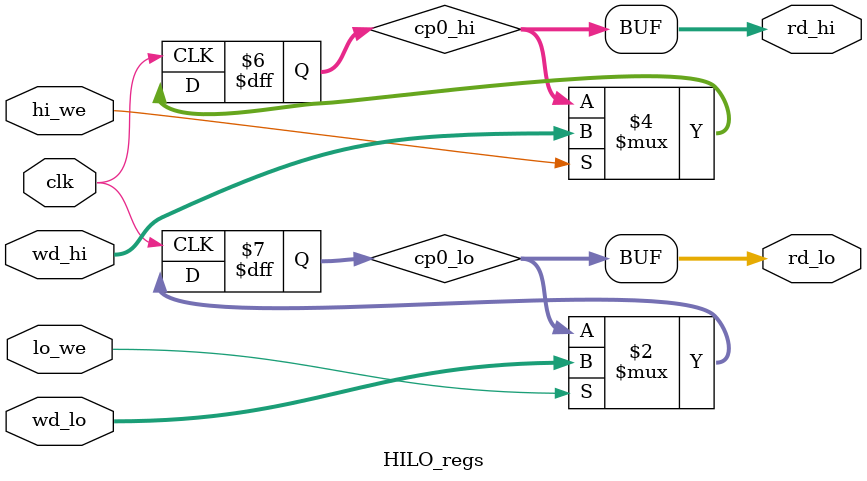
<source format=v>
module regfile(
    input         clk,
    // READ PORT 1
    input  [ 4:0] raddr1,
    output [31:0] rdata1,
    // READ PORT 2
    input  [ 4:0] raddr2,
    output [31:0] rdata2,
    // WRITE PORT
    input            we,       //write enable, HIGH valid
    input  [ 4:0] waddr,
    input  [31:0] wdata
);
reg [31:0] rf[31:0];

//WRITE
always @(posedge clk) begin
    if (we) begin rf[waddr]<= wdata; end
end

//READ OUT 1
assign rdata1 = (raddr1==5'b0) ? 32'b0 : rf[raddr1];

//READ OUT 2
assign rdata2 = (raddr2==5'b0) ? 32'b0 : rf[raddr2];

endmodule

module HILO_regs(
    input         clk,
    // READ PORT 1
    
    output [31:0] rd_hi,
    // READ PORT 2
    
    output [31:0] rd_lo,
    // WRITE PORT
    input         hi_we,       //write enable, HIGH valid
    input         lo_we,       //write enable, HIGH valid
    input  [31:0] wd_hi,
    input  [31:0] wd_lo
);
reg [31:0]cp0_hi;
reg [31:0]cp0_lo;

//WRITE
always @(posedge clk) begin
    if (hi_we) cp0_hi<= wd_hi;
    if (lo_we) cp0_lo<= wd_lo;
end

//READ OUT HI
assign rd_hi = cp0_hi;

//READ OUT LO
assign rd_lo = cp0_lo;

endmodule
</source>
